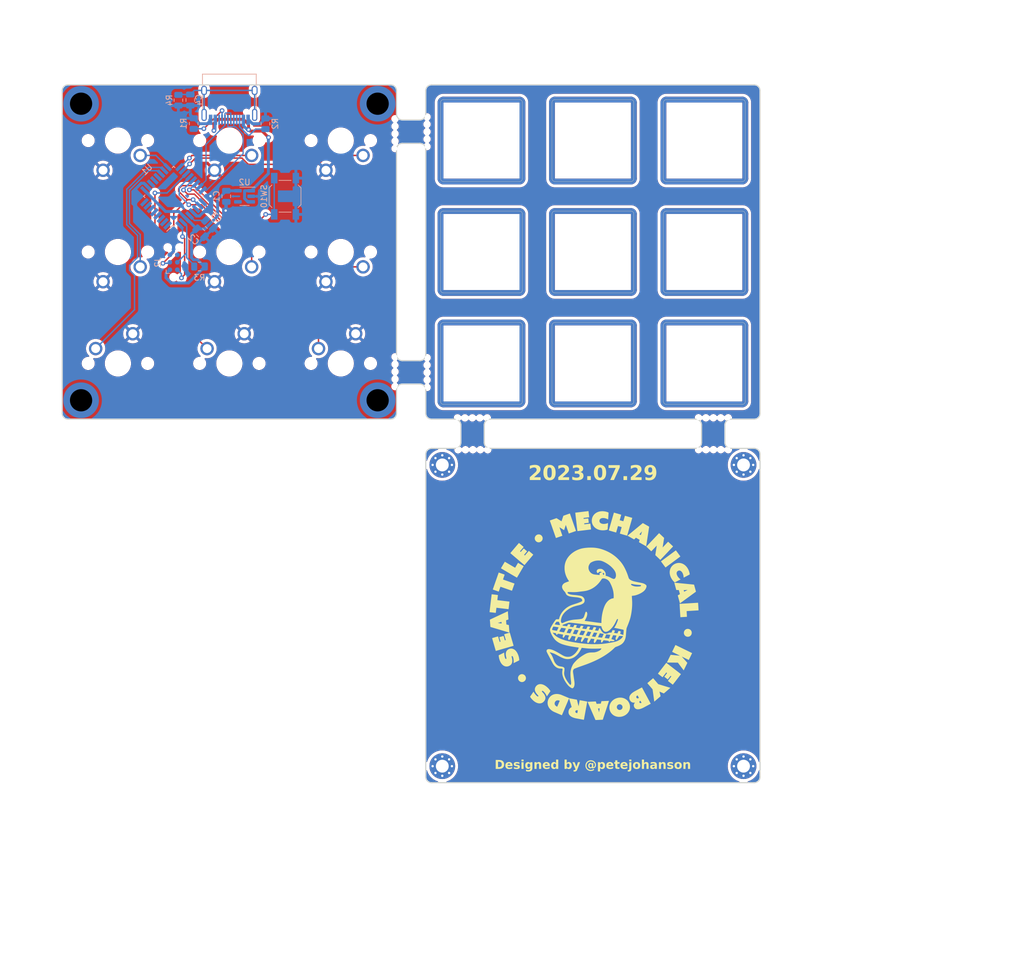
<source format=kicad_pcb>
(kicad_pcb (version 20221018) (generator pcbnew)
  (layers (0 "F.Cu" signal) (31 "B.Cu" signal) (34 "B.Paste" user) (35 "F.Paste" user) (36 "B.SilkS" user "B.Silkscreen") (37 "F.SilkS" user "F.Silkscreen") (38 "B.Mask" user) (39 "F.Mask" user) (44 "Edge.Cuts" user))
  (property "SHA1" "93a670d")
  (property "TIMESTAMP" "2023-07-04")
  (net 0 "")
  (net 1 "+3.3V")
  (net 2 "GND")
  (net 3 "Net-(U1-VDDCORE)")
  (net 4 "Net-(J1-SHIELD)")
  (net 5 "D-")
  (net 6 "D+")
  (net 8 "Net-(J1-CC2)")
  (net 10 "Net-(J1-CC1)")
  (net 11 "+5V")
  (net 12 "SWDIO")
  (net 13 "RESET")
  (net 14 "SWCLK")
  (net 16 "SW1")
  (net 17 "SW2")
  (net 18 "SW3")
  (net 19 "SW5")
  (net 20 "SW4")
  (net 21 "SW6")
  (net 22 "SW7")
  (net 23 "SW8")
  (net 24 "SW9")
  (footprint "PCM_marbastlib-mx:SW_MX_1u" (layer "F.Cu") (at 69.63 77.05)
    (fp_text reference "SW8" hide)
    (fp_text value "SW_Push" hide)
  )
  (footprint "PCM_marbastlib-mx:SW_MX_1u" (layer "F.Cu") (at 50.58 38.95 180)
    (fp_text reference "SW1" hide)
    (fp_text value "SW_Push" hide)
  )
  (footprint "PCM_marbastlib-xp-plate-mx:Plate-MP_MX_1u" (layer "F.Cu") (at 112.73 58)
    (fp_text reference "REF**" hide)
    (fp_text value "Plate-MP_MX_1u")
    (fp_line (start -7 -6.5) (end -7 6.5) (stroke (width 0.05)) (layer "Edge.Cuts"))
    (fp_line (start -6.5 7) (end 6.5 7) (stroke (width 0.05)) (layer "Edge.Cuts"))
    (fp_line (start 6.5 -7) (end -6.5 -7) (stroke (width 0.05)) (layer "Edge.Cuts"))
    (fp_line (start 7 6.5) (end 7 -6.5) (stroke (width 0.05)) (layer "Edge.Cuts"))
    (fp_arc (start -7 -6.5) (mid -6.853553 -6.853553) (end -6.5 -7) (stroke (width 0.05)) (layer "Edge.Cuts"))
    (fp_arc (start -6.497236 6.998884) (mid -6.850789 6.852437) (end -6.997236 6.498884) (stroke (width 0.05)) (layer "Edge.Cuts"))
    (fp_arc (start 6.5 -7) (mid 6.853553 -6.853553) (end 7 -6.5) (stroke (width 0.05)) (layer "Edge.Cuts"))
    (fp_arc (start 7 6.5) (mid 6.853553 6.853553) (end 6.5 7) (stroke (width 0.05)) (layer "Edge.Cuts"))
  )
  (footprint "PCM_marbastlib-xp-plate-mx:Plate-MP_MX_1u" (layer "F.Cu") (at 150.83 38.95)
    (fp_text reference "REF**" hide)
    (fp_text value "Plate-MP_MX_1u")
    (fp_line (start -7 -6.5) (end -7 6.5) (stroke (width 0.05)) (layer "Edge.Cuts"))
    (fp_line (start -6.5 7) (end 6.5 7) (stroke (width 0.05)) (layer "Edge.Cuts"))
    (fp_line (start 6.5 -7) (end -6.5 -7) (stroke (width 0.05)) (layer "Edge.Cuts"))
    (fp_line (start 7 6.5) (end 7 -6.5) (stroke (width 0.05)) (layer "Edge.Cuts"))
    (fp_arc (start -7 -6.5) (mid -6.853553 -6.853553) (end -6.5 -7) (stroke (width 0.05)) (layer "Edge.Cuts"))
    (fp_arc (start -6.497236 6.998884) (mid -6.850789 6.852437) (end -6.997236 6.498884) (stroke (width 0.05)) (layer "Edge.Cuts"))
    (fp_arc (start 6.5 -7) (mid 6.853553 -6.853553) (end 7 -6.5) (stroke (width 0.05)) (layer "Edge.Cuts"))
    (fp_arc (start 7 6.5) (mid 6.853553 6.853553) (end 6.5 7) (stroke (width 0.05)) (layer "Edge.Cuts"))
  )
  (footprint "PCM_marbastlib-xp-plate-mx:Plate-MP_MX_1u" (layer "F.Cu") (at 150.83 77.05)
    (fp_text reference "REF**" hide)
    (fp_text value "Plate-MP_MX_1u")
    (fp_line (start -7 -6.5) (end -7 6.5) (stroke (width 0.05)) (layer "Edge.Cuts"))
    (fp_line (start -6.5 7) (end 6.5 7) (stroke (width 0.05)) (layer "Edge.Cuts"))
    (fp_line (start 6.5 -7) (end -6.5 -7) (stroke (width 0.05)) (layer "Edge.Cuts"))
    (fp_line (start 7 6.5) (end 7 -6.5) (stroke (width 0.05)) (layer "Edge.Cuts"))
    (fp_arc (start -7 -6.5) (mid -6.853553 -6.853553) (end -6.5 -7) (stroke (width 0.05)) (layer "Edge.Cuts"))
    (fp_arc (start -6.497236 6.998884) (mid -6.850789 6.852437) (end -6.997236 6.498884) (stroke (width 0.05)) (layer "Edge.Cuts"))
    (fp_arc (start 6.5 -7) (mid 6.853553 -6.853553) (end 7 -6.5) (stroke (width 0.05)) (layer "Edge.Cuts"))
    (fp_arc (start 7 6.5) (mid 6.853553 6.853553) (end 6.5 7) (stroke (width 0.05)) (layer "Edge.Cuts"))
  )
  (footprint "MountingHole:MountingHole_2.2mm_M2_Pad_Via" (layer "F.Cu") (at 106.03 94.4)
    (fp_text reference "REF**" hide)
    (fp_text value "MountingHole_2.2mm_M2_Pad_Via")
  )
  (footprint "PCM_marbastlib-mx:SW_MX_1u" (layer "F.Cu") (at 69.63 58 180)
    (fp_text reference "SW5" hide)
    (fp_text value "SW_Push" hide)
  )
  (footprint "samd21pad:breakaway-mousebites" (layer "F.Cu") (at 98.21 78.46 90)
    (fp_text reference "REF**" hide)
    (fp_text value "breakaway-mousebites" hide)
  )
  (footprint "samd21pad:breakaway-mousebites" (layer "F.Cu") (at 111.26 91.55 180)
    (fp_text reference "REF**" hide)
    (fp_text value "breakaway-mousebites" hide)
  )
  (footprint "PCM_marbastlib-mx:SW_MX_1u" (layer "F.Cu") (at 88.68 38.95 180)
    (fp_text reference "SW3" hide)
    (fp_text value "SW_Push" hide)
  )
  (footprint "PCM_marbastlib-mx:SW_MX_1u" (layer "F.Cu") (at 69.63 38.95 180)
    (fp_text reference "SW2" hide)
    (fp_text value "SW_Push" hide)
  )
  (footprint "samd21pad:samd21pad_edge_cuts" (layer "F.Cu") (at 69.63 58)
    (fp_text reference "REF**")
    (fp_text value "samd21pad_edge_cuts")
    (fp_line (start -28.575 27.575) (end -28.575 -27.575) (stroke (width 0.2)) (layer "Edge.Cuts"))
    (fp_line (start -27.575 -28.575) (end 27.575 -28.575) (stroke (width 0.2)) (layer "Edge.Cuts"))
    (fp_line (start 27.575 28.575) (end -27.575 28.575) (stroke (width 0.2)) (layer "Edge.Cuts"))
    (fp_line (start 28.575 -27.575) (end 28.575 -23.575) (stroke (width 0.2)) (layer "Edge.Cuts"))
    (fp_line (start 28.575 -17.575) (end 28.575 17.575) (stroke (width 0.2)) (layer "Edge.Cuts"))
    (fp_line (start 28.575 23.575) (end 28.575 27.575) (stroke (width 0.2)) (layer "Edge.Cuts"))
    (fp_line (start 29.575 -22.575) (end 32.575 -22.575) (stroke (width 0.2)) (layer "Edge.Cuts"))
    (fp_line (start 29.575 -18.575) (end 32.575 -18.575) (stroke (width 0.2)) (layer "Edge.Cuts"))
    (fp_line (start 29.575 18.575) (end 32.575 18.575) (stroke (width 0.2)) (layer "Edge.Cuts"))
    (fp_line (start 29.575 22.575) (end 32.575 22.575) (stroke (width 0.2)) (layer "Edge.Cuts"))
    (fp_line (start 33.575 -23.575) (end 33.575 -27.575) (stroke (width 0.2)) (layer "Edge.Cuts"))
    (fp_line (start 33.575 -17.575) (end 33.575 17.575) (stroke (width 0.2)) (layer "Edge.Cuts"))
    (fp_line (start 33.575 23.575) (end 33.575 27.575) (stroke (width 0.2)) (layer "Edge.Cuts"))
    (fp_line (start 33.575 89.725) (end 33.575 34.575) (stroke (width 0.2)) (layer "Edge.Cuts"))
    (fp_line (start 34.575 -28.575) (end 89.725 -28.575) (stroke (width 0.2)) (layer "Edge.Cuts"))
    (fp_line (start 38.575 28.575) (end 34.575 28.575) (stroke (width 0.2)) (layer "Edge.Cuts"))
    (fp_line (start 38.575 33.575) (end 34.575 33.575) (stroke (width 0.2)) (layer "Edge.Cuts"))
    (fp_line (start 39.575 29.575) (end 39.575 32.575) (stroke (width 0.2)) (layer "Edge.Cuts"))
    (fp_line (start 43.575 29.575) (end 43.575 32.575) (stroke (width 0.2)) (layer "Edge.Cuts"))
    (fp_line (start 44.575 28.575) (end 79.725 28.575) (stroke (width 0.2)) (layer "Edge.Cuts"))
    (fp_line (start 79.725 33.575) (end 44.575 33.575) (stroke (width 0.2)) (layer "Edge.Cuts"))
    (fp_line (start 80.725 29.575) (end 80.725 32.575) (stroke (width 0.2)) (layer "Edge.Cuts"))
    (fp_line (start 84.725 29.575) (end 84.725 32.575) (stroke (width 0.2)) (layer "Edge.Cuts"))
    (fp_line (start 85.725 28.575) (end 89.725 28.575) (stroke (width 0.2)) (layer "Edge.Cuts"))
    (fp_line (start 89.725 33.575) (end 85.725 33.575) (stroke (width 0.2)) (layer "Edge.Cuts"))
    (fp_line (start 89.725 90.725) (end 34.575 90.725) (stroke (width 0.2)) (layer "Edge.Cuts"))
    (fp_line (start 90.725 -27.575) (end 90.725 27.575) (stroke (width 0.2)) (layer "Edge.Cuts"))
    (fp_line (start 90.725 34.575) (end 90.725 89.725) (stroke (width 0.2)) (layer "Edge.Cuts"))
    (fp_arc (start -28.575 -27.575) (mid -28.282107 -28.282107) (end -27.575 -28.575) (stroke (width 0.2)) (layer "Edge.Cuts"))
    (fp_arc (start -27.575 28.575) (mid -28.282107 28.282107) (end -28.575 27.575) (stroke (width 0.2)) (layer "Edge.Cuts"))
    (fp_arc (start 27.575 -28.575) (mid 28.282107 -28.282107) (end 28.575 -27.575) (stroke (width 0.2)) (layer "Edge.Cuts"))
    (fp_arc (start 28.575 -17.575) (mid 28.867893 -18.282107) (end 29.575 -18.575) (stroke (width 0.2)) (layer "Edge.Cuts"))
    (fp_arc (start 28.575 23.575) (mid 28.867893 22.867893) (end 29.575 22.575) (stroke (width 0.2)) (layer "Edge.Cuts"))
    (fp_arc (start 28.575 27.575) (mid 28.282107 28.282107) (end 27.575 28.575) (stroke (width 0.2)) (layer "Edge.Cuts"))
    (fp_arc (start 29.575 -22.575) (mid 28.867893 -22.867893) (end 28.575 -23.575) (stroke (width 0.2)) (layer "Edge.Cuts"))
    (fp_arc (start 29.575 18.575) (mid 28.867893 18.282107) (end 28.575 17.575) (stroke (width 0.2)) (layer "Edge.Cuts"))
    (fp_arc (start 32.575 -18.575) (mid 33.282107 -18.282107) (end 33.575 -17.575) (stroke (width 0.2)) (layer "Edge.Cuts"))
    (fp_arc (start 32.575 22.575) (mid 33.282107 22.867893) (end 33.575 23.575) (stroke (width 0.2)) (layer "Edge.Cuts"))
    (fp_arc (start 33.575 -27.575) (mid 33.867893 -28.282107) (end 34.575 -28.575) (stroke (width 0.2)) (layer "Edge.Cuts"))
    (fp_arc (start 33.575 -23.575) (mid 33.282107 -22.867893) (end 32.575 -22.575) (stroke (width 0.2)) (layer "Edge.Cuts"))
    (fp_arc (start 33.575 17.575) (mid 33.282107 18.282107) (end 32.575 18.575) (stroke (width 0.2)) (layer "Edge.Cuts"))
    (fp_arc (start 33.575 34.575) (mid 33.867893 33.867893) (end 34.575 33.575) (stroke (width 0.2)) (layer "Edge.Cuts"))
    (fp_arc (start 34.575 28.575) (mid 33.867893 28.282107) (end 33.575 27.575) (stroke (width 0.2)) (layer "Edge.Cuts"))
    (fp_arc (start 34.575 90.725) (mid 33.867893 90.432107) (end 33.575 89.725) (stroke (width 0.2)) (layer "Edge.Cuts"))
    (fp_arc (start 38.575 28.575) (mid 39.282107 28.867893) (end 39.575 29.575) (stroke (width 0.2)) (layer "Edge.Cuts"))
    (fp_arc (start 39.575 32.575) (mid 39.282107 33.282107) (end 38.575 33.575) (stroke (width 0.2)) (layer "Edge.Cuts"))
    (fp_arc (start 43.575 29.575) (mid 43.867893 28.867893) (end 44.575 28.575) (stroke (width 0.2)) (layer "Edge.Cuts"))
    (fp_arc (start 44.575 33.575) (mid 43.867893 33.282107) (end 43.575 32.575) (stroke (width 0.2)) (layer "Edge.Cuts"))
    (fp_arc (start 79.725 28.575) (mid 80.432107 28.867893) (end 80.725 29.575) (stroke (width 0.2)) (layer "Edge.Cuts"))
    (fp_arc (start 80.725 32.575) (mid 80.432107 33.282107) (end 79.725 33.575) (stroke (width 0.2)) (layer "Edge.Cuts"))
    (fp_arc (start 84.725 29.575) (mid 85.017893 28.867893) (end 85.725 28.575) (stroke (width 0.2)) (layer "Edge.Cuts"))
    (fp_arc (start 85.725 33.575) (mid 85.017893 33.282107) (end 84.725 32.575) (stroke (width 0.2)) (layer "Edge.Cuts"))
    (fp_arc (start 89.725 -28.575) (mid 90.432107 -28.282107) (end 90.725 -27.575) (stroke (width 0.2)) (layer "Edge.Cuts"))
    (fp_arc (start 89.725 33.575) (mid 90.432107 33.867893) (end 90.725 34.575) (stroke (width 0.2)) (layer "Edge.Cuts"))
    (fp_arc (start 90.725 27.575) (mid 90.432107 28.282107) (end 89.725 28.575) (stroke (width 0.2)) (layer "Edge.Cuts"))
    (fp_arc (start 90.725 89.725) (mid 90.432107 90.432107) (end 89.725 90.725) (stroke (width 0.2)) (layer "Edge.Cuts"))
  )
  (footprint "samd21pad:breakaway-mousebites" (layer "F.Cu") (at 103.18 78.61 -90)
    (fp_text reference "REF**" hide)
    (fp_text value "breakaway-mousebites" hide)
  )
  (footprint "samd21pad:breakaway-mousebites" (layer "F.Cu") (at 111.17 86.61)
    (fp_text reference "REF**" hide)
    (fp_text value "breakaway-mousebites" hide)
  )
  (footprint "MountingHole:MountingHole_2.2mm_M2_Pad_Via" (layer "F.Cu") (at 106.03 145.9)
    (fp_text reference "REF**" hide)
    (fp_text value "MountingHole_2.2mm_M2_Pad_Via")
  )
  (footprint "PCM_marbastlib-xp-plate-mx:Plate-MP_MX_1u" (layer "F.Cu") (at 131.78 58)
    (fp_text reference "REF**" hide)
    (fp_text value "Plate-MP_MX_1u")
    (fp_line (start -7 -6.5) (end -7 6.5) (stroke (width 0.05)) (layer "Edge.Cuts"))
    (fp_line (start -6.5 7) (end 6.5 7) (stroke (width 0.05)) (layer "Edge.Cuts"))
    (fp_line (start 6.5 -7) (end -6.5 -7) (stroke (width 0.05)) (layer "Edge.Cuts"))
    (fp_line (start 7 6.5) (end 7 -6.5) (stroke (width 0.05)) (layer "Edge.Cuts"))
    (fp_arc (start -7 -6.5) (mid -6.853553 -6.853553) (end -6.5 -7) (stroke (width 0.05)) (layer "Edge.Cuts"))
    (fp_arc (start -6.497236 6.998884) (mid -6.850789 6.852437) (end -6.997236 6.498884) (stroke (width 0.05)) (layer "Edge.Cuts"))
    (fp_arc (start 6.5 -7) (mid 6.853553 -6.853553) (end 7 -6.5) (stroke (width 0.05)) (layer "Edge.Cuts"))
    (fp_arc (start 7 6.5) (mid 6.853553 6.853553) (end 6.5 7) (stroke (width 0.05)) (layer "Edge.Cuts"))
  )
  (footprint "PCM_marbastlib-mx:SW_MX_1u" (layer "F.Cu") (at 88.68 77.05)
    (fp_text reference "SW9" hide)
    (fp_text value "SW_Push" hide)
  )
  (footprint "PCM_marbastlib-xp-plate-mx:Plate-MP_MX_1u" (layer "F.Cu") (at 112.73 38.95)
    (fp_text reference "REF**" hide)
    (fp_text value "Plate-MP_MX_1u")
    (fp_line (start -7 -6.5) (end -7 6.5) (stroke (width 0.05)) (layer "Edge.Cuts"))
    (fp_line (start -6.5 7) (end 6.5 7) (stroke (width 0.05)) (layer "Edge.Cuts"))
    (fp_line (start 6.5 -7) (end -6.5 -7) (stroke (width 0.05)) (layer "Edge.Cuts"))
    (fp_line (start 7 6.5) (end 7 -6.5) (stroke (width 0.05)) (layer "Edge.Cuts"))
    (fp_arc (start -7 -6.5) (mid -6.853553 -6.853553) (end -6.5 -7) (stroke (width 0.05)) (layer "Edge.Cuts"))
    (fp_arc (start -6.497236 6.998884) (mid -6.850789 6.852437) (end -6.997236 6.498884) (stroke (width 0.05)) (layer "Edge.Cuts"))
    (fp_arc (start 6.5 -7) (mid 6.853553 -6.853553) (end 7 -6.5) (stroke (width 0.05)) (layer "Edge.Cuts"))
    (fp_arc (start 7 6.5) (mid 6.853553 6.853553) (end 6.5 7) (stroke (width 0.05)) (layer "Edge.Cuts"))
  )
  (footprint "samd21pad:breakaway-mousebites" (layer "F.Cu") (at 152.37 86.6)
    (fp_text reference "REF**" hide)
    (fp_text value "breakaway-mousebites" hide)
  )
  (footprint "samd21pad:breakaway-mousebites" (layer "F.Cu") (at 103.17 37.44 -90)
    (fp_text reference "REF**" hide)
    (fp_text value "breakaway-mousebites" hide)
  )
  (footprint "PCM_marbastlib-xp-plate-mx:Plate-MP_MX_1u" (layer "F.Cu") (at 150.83 58)
    (fp_text reference "REF**" hide)
    (fp_text value "Plate-MP_MX_1u")
    (fp_line (start -7 -6.5) (end -7 6.5) (stroke (width 0.05)) (layer "Edge.Cuts"))
    (fp_line (start -6.5 7) (end 6.5 7) (stroke (width 0.05)) (layer "Edge.Cuts"))
    (fp_line (start 6.5 -7) (end -6.5 -7) (stroke (width 0.05)) (layer "Edge.Cuts"))
    (fp_line (start 7 6.5) (end 7 -6.5) (stroke (width 0.05)) (layer "Edge.Cuts"))
    (fp_arc (start -7 -6.5) (mid -6.853553 -6.853553) (end -6.5 -7) (stroke (width 0.05)) (layer "Edge.Cuts"))
    (fp_arc (start -6.497236 6.998884) (mid -6.850789 6.852437) (end -6.997236 6.498884) (stroke (width 0.05)) (layer "Edge.Cuts"))
    (fp_arc (start 6.5 -7) (mid 6.853553 -6.853553) (end 7 -6.5) (stroke (width 0.05)) (layer "Edge.Cuts"))
    (fp_arc (start 7 6.5) (mid 6.853553 6.853553) (end 6.5 7) (stroke (width 0.05)) (layer "Edge.Cuts"))
  )
  (footprint "MountingHole:MountingHole_2.2mm_M2_Pad_Via" (layer "F.Cu") (at 157.53 145.9)
    (fp_text reference "REF**" hide)
    (fp_text value "MountingHole_2.2mm_M2_Pad_Via")
  )
  (footprint "PCM_marbastlib-xp-plate-mx:Plate-MP_MX_1u" (layer "F.Cu") (at 131.78 38.95)
    (fp_text reference "REF**" hide)
    (fp_text value "Plate-MP_MX_1u")
    (fp_line (start -7 -6.5) (end -7 6.5) (stroke (width 0.05)) (layer "Edge.Cuts"))
    (fp_line (start -6.5 7) (end 6.5 7) (stroke (width 0.05)) (layer "Edge.Cuts"))
    (fp_line (start 6.5 -7) (end -6.5 -7) (stroke (width 0.05)) (layer "Edge.Cuts"))
    (fp_line (start 7 6.5) (end 7 -6.5) (stroke (width 0.05)) (layer "Edge.Cuts"))
    (fp_arc (start -7 -6.5) (mid -6.853553 -6.853553) (end -6.5 -7) (stroke (width 0.05)) (layer "Edge.Cuts"))
    (fp_arc (start -6.497236 6.998884) (mid -6.850789 6.852437) (end -6.997236 6.498884) (stroke (width 0.05)) (layer "Edge.Cuts"))
    (fp_arc (start 6.5 -7) (mid 6.853553 -6.853553) (end 7 -6.5) (stroke (width 0.05)) (layer "Edge.Cuts"))
    (fp_arc (start 7 6.5) (mid 6.853553 6.853553) (end 6.5 7) (stroke (width 0.05)) (layer "Edge.Cuts"))
  )
  (footprint "samd21pad:breakaway-mousebites" (layer "F.Cu") (at 152.38 91.54 180)
    (fp_text reference "REF**" hide)
    (fp_text value "breakaway-mousebites" hide)
  )
  (footprint "PCM_marbastlib-mx:SW_MX_1u" (layer "F.Cu") (at 50.58 58 180)
    (fp_text reference "SW4" hide)
    (fp_text value "SW_Push" hide)
  )
  (footprint "PCM_marbastlib-xp-plate-mx:Plate-MP_MX_1u" (layer "F.Cu") (at 131.78 77.05)
    (fp_text reference "REF**" hide)
    (fp_text value "Plate-MP_MX_1u")
    (fp_line (start -7 -6.5) (end -7 6.5) (stroke (width 0.05)) (layer "Edge.Cuts"))
    (fp_line (start -6.5 7) (end 6.5 7) (stroke (width 0.05)) (layer "Edge.Cuts"))
    (fp_line (start 6.5 -7) (end -6.5 -7) (stroke (width 0.05)) (layer "Edge.Cuts"))
    (fp_line (start 7 6.5) (end 7 -6.5) (stroke (width 0.05)) (layer "Edge.Cuts"))
    (fp_arc (start -7 -6.5) (mid -6.853553 -6.853553) (end -6.5 -7) (stroke (width 0.05)) (layer "Edge.Cuts"))
    (fp_arc (start -6.497236 6.998884) (mid -6.850789 6.852437) (end -6.997236 6.498884) (stroke (width 0.05)) (layer "Edge.Cuts"))
    (fp_arc (start 6.5 -7) (mid 6.853553 -6.853553) (end 7 -6.5) (stroke (width 0.05)) (layer "Edge.Cuts"))
    (fp_arc (start 7 6.5) (mid 6.853553 6.853553) (end 6.5 7) (stroke (width 0.05)) (layer "Edge.Cuts"))
  )
  (footprint "samd21pad:breakaway-mousebites" (layer "F.Cu") (at 98.21 37.78 90)
    (fp_text reference "REF**" hide)
    (fp_text value "breakaway-mousebites" hide)
  )
  (footprint "samd21pad:smk-logo-40x40" (layer "F.Cu") (at 131.78 120.15)
    (fp_text reference "G***")
    (fp_text value "LOGO" hide)
  )
  (footprint "PCM_marbastlib-mx:SW_MX_1u" (layer "F.Cu") (at 50.58 77.05)
    (fp_text reference "SW7" hide)
    (fp_text value "SW_Push" hide)
  )
  (footprint "PCM_marbastlib-mx:SW_MX_1u" (layer "F.Cu") (at 88.68 58 180)
    (fp_text reference "SW6" hide)
    (fp_text value "SW_Push" hide)
  )
  (footprint "MountingHole:MountingHole_2.2mm_M2_Pad_Via" (layer "F.Cu") (at 157.53 94.4)
    (fp_text reference "REF**" hide)
    (fp_text value "MountingHole_2.2mm_M2_Pad_Via")
  )
  (footprint "PCM_marbastlib-xp-plate-mx:Plate-MP_MX_1u" (layer "F.Cu") (at 112.73 77.05)
    (fp_text reference "REF**" hide)
    (fp_text value "Plate-MP_MX_1u")
    (fp_line (start -7 -6.5) (end -7 6.5) (stroke (width 0.05)) (layer "Edge.Cuts"))
    (fp_line (start -6.5 7) (end 6.5 7) (stroke (width 0.05)) (layer "Edge.Cuts"))
    (fp_line (start 6.5 -7) (end -6.5 -7) (stroke (width 0.05)) (layer "Edge.Cuts"))
    (fp_line (start 7 6.5) (end 7 -6.5) (stroke (width 0.05)) (layer "Edge.Cuts"))
    (fp_arc (start -7 -6.5) (mid -6.853553 -6.853553) (end -6.5 -7) (stroke (width 0.05)) (layer "Edge.Cuts"))
    (fp_arc (start -6.497236 6.998884) (mid -6.850789 6.852437) (end -6.997236 6.498884) (stroke (width 0.05)) (layer "Edge.Cuts"))
    (fp_arc (start 6.5 -7) (mid 6.853553 -6.853553) (end 7 -6.5) (stroke (width 0.05)) (layer "Edge.Cuts"))
    (fp_arc (start 7 6.5) (mid 6.853553 6.853553) (end 6.5 7) (stroke (width 0.05)) (layer "Edge.Cuts"))
  )
  (footprint "Package_QFP:TQFP-32_7x7mm_P0.8mm" (layer "B.Cu") (at 60.1 48.48 45)
    (fp_text reference "U1")
    (fp_text value "ATSAMD21E17D-A")
  )
  (footprint "Capacitor_SMD:C_0805_2012Metric" (layer "B.Cu") (at 69.11 48.48 -90)
    (fp_text reference "C1")
    (fp_text value "1nF")
  )
  (footprint "samd21pad:MountingHole_M2_Pad_NonPTH_TopOnly" (layer "B.Cu") (at 44.28 32.65 180)
    (fp_text reference "H1" hide)
    (fp_text value "SMTSO2030")
  )
  (footprint "Resistor_SMD:R_0805_2012Metric" (layer "B.Cu") (at 63.53 36.0425 90)
    (fp_text reference "R1")
    (fp_text value "5.1k")
  )
  (footprint "samd21pad:MountingHole_M2_Pad_NonPTH_TopOnly" (layer "B.Cu") (at 94.98 83.35 180)
    (fp_text reference "H4" hide)
    (fp_text value "SMTSO2030")
  )
  (footprint "Capacitor_SMD:C_0805_2012Metric" (layer "B.Cu") (at 66.211751 53.271751 135)
    (fp_text reference "C3")
    (fp_text value "1nF")
  )
  (footprint "Capacitor_SMD:C_0805_2012Metric" (layer "B.Cu") (at 64.711751 54.711751 -45)
    (fp_text reference "C2")
    (fp_text value "100nF")
  )
  (footprint "Capacitor_SMD:C_0805_2012Metric" (layer "B.Cu") (at 62.95 32.02 -90)
    (fp_text reference "C4")
    (fp_text value "4.5nF")
  )
  (footprint "Resistor_SMD:R_0805_2012Metric" (layer "B.Cu") (at 75.8 36.08 90)
    (fp_text reference "R2")
    (fp_text value "5.1k")
  )
  (footprint "samd21pad:MountingHole_M2_Pad_NonPTH_TopOnly" (layer "B.Cu") (at 44.28 83.35 180)
    (fp_text reference "H3" hide)
    (fp_text value "SMTSO2030")
  )
  (footprint "Package_TO_SOT_SMD:SOT-23-5" (layer "B.Cu") (at 72.2275 48.48 180)
    (fp_text reference "U2")
    (fp_text value "AP2112K-3.3")
  )
  (footprint "Resistor_SMD:R_0805_2012Metric" (layer "B.Cu") (at 60.92 32.0525 90)
    (fp_text reference "R4")
    (fp_text value "1M")
  )
  (footprint "samd21pad:USB_C_Receptacle_GT-USB-7010" (layer "B.Cu") (at 69.63 32.25)
    (fp_text reference "J1" hide)
    (fp_text value "USB_C_Receptacle_USB2.0")
  )
  (footprint "Resistor_SMD:R_0805_2012Metric" (layer "B.Cu") (at 64.53 60.48 180)
    (fp_text reference "R3")
    (fp_text value "1k")
  )
  (footprint "Button_Switch_SMD:SW_SPST_SKQG_WithStem" (layer "B.Cu") (at 79.15 48.47 -90)
    (fp_text reference "SW10")
    (fp_text value "SKQGAKE020")
  )
  (footprint "Connector:Tag-Connect_TC2030-IDC-NL_2x03_P1.27mm_Vertical" (layer "B.Cu") (at 60.096 59.76 90)
    (fp_text reference "J2")
    (fp_text value "Conn_ARM_SWD_TagConnect_TC2030-NL")
  )
  (footprint "samd21pad:MountingHole_M2_Pad_NonPTH_TopOnly" (layer "B.Cu") (at 94.98 32.65 180)
    (fp_text reference "H2" hide)
    (fp_text value "SMTSO2030")
  )
  (gr_text "Designed by @petejohanson" (at 131.77 146.62) (layer "F.SilkS") (effects (font (size 1.5 1.5) (thickness 0.3) bold) (justify bottom)))
  (gr_text "2023.07.29" (at 131.78 97.41) (layer "F.SilkS") (effects (font (size 2.5 2.5) (thickness 0.3) bold) (justify bottom)))
  (segment (start 58.8 62.411567) (end 58.8 61.691) (width 0.5) (layer "B.Cu") (net 1))
  (segment (start 58.740202 51.08) (end 61.002944 51.08) (width 0.5) (layer "B.Cu") (net 1))
  (segment (start 63.175 54.905) (end 64.04 54.04) (width 0.5) (layer "B.Cu") (net 1))
  (segment (start 61.002944 51.08) (end 62.256676 52.333732) (width 0.5) (layer "B.Cu") (net 1))
  (segment (start 58.8 61.691) (end 59.461 61.03) (width 0.5) (layer "B.Cu") (net 1))
  (segment (start 71.09 47.53) (end 69.11 47.53) (width 0.5) (layer "B.Cu") (net 1))
  (segment (start 67.63 49.01) (end 69.11 47.53) (width 0.5) (layer "B.Cu") (net 1))
  (segment (start 65.4425 60.48) (end 62.6272 63.2953) (width 0.5) (layer "B.Cu") (net 1))
  (segment (start 62.6272 63.2953) (end 59.683733 63.2953) (width 0.5) (layer "B.Cu") (net 1))
  (segment (start 55.114897 47.454695) (end 58.740202 51.08) (width 0.5) (layer "B.Cu") (net 1))
  (segment (start 64.04 54.04) (end 65.443501 54.04) (width 0.5) (layer "B.Cu") (net 1))
  (segment (start 64.169949 59.33) (end 63.500672 59.33) (width 0.5) (layer "B.Cu") (net 1))
  (segment (start 65.319949 60.48) (end 64.169949 59.33) (width 0.5) (layer "B.Cu") (net 1))
  (segment (start 65.443501 54.04) (end 67.63 51.853501) (width 0.5) (layer "B.Cu") (net 1))
  (segment (start 63.175 59.004328) (end 63.175 54.905) (width 0.5) (layer "B.Cu") (net 1))
  (segment (start 62.333732 52.333732) (end 64.04 54.04) (width 0.5) (layer "B.Cu") (net 1))
  (segment (start 62.256676 52.333732) (end 62.333732 52.333732) (width 0.5) (layer "B.Cu") (net 1))
  (segment (start 63.500672 59.33) (end 63.175 59.004328) (width 0.5) (layer "B.Cu") (net 1))
  (segment (start 59.683733 63.2953) (end 58.8 62.411567) (width 0.5) (layer "B.Cu") (net 1))
  (segment (start 67.63 51.853501) (end 67.63 49.01) (width 0.5) (layer "B.Cu") (net 1))
  (segment (start 66.39 48.45) (end 66.53 48.45) (width 0.5) (layer "F.Cu") (net 2))
  (segment (start 66.53 48.45) (end 69 50.92) (width 0.5) (layer "F.Cu") (net 2))
  (via (at 69 50.92) (size 0.8) (drill 0.4) (layers "F.Cu" "B.Cu") (net 2))
  (via (at 66.39 48.45) (size 0.8) (drill 0.4) (layers "F.Cu" "B.Cu") (net 2))
  (segment (start 62.95 32.97) (end 62.95 34.55) (width 0.5) (layer "B.Cu") (net 2))
  (segment (start 65.86 36.07) (end 66.28 35.65) (width 0.5) (layer "B.Cu") (net 2))
  (segment (start 73.577208 36.06) (end 72.98 35.462792) (width 0.5) (layer "B.Cu") (net 2))
  (segment (start 62.95 34.55) (end 63.53 35.13) (width 0.5) (layer "B.Cu") (net 2))
  (segment (start 66.39 49.98) (end 66.39 48.45) (width 0.5) (layer "B.Cu") (net 2))
  (segment (start 60.0753 56.6753) (end 53.12 49.72) (width 0.5) (layer "B.Cu") (net 2))
  (segment (start 64.523184 51.846816) (end 66.39 49.98) (width 0.5) (layer "B.Cu") (net 2))
  (segment (start 64.47 36.07) (end 65.86 36.07) (width 0.5) (layer "B.Cu") (net 2))
  (segment (start 60.0753 57.8757) (end 60.0753 56.6753) (width 0.5) (layer "B.Cu") (net 2))
  (segment (start 62.95 32.97) (end 60.925 32.97) (width 0.5) (layer "B.Cu") (net 2))
  (segment (start 55.036128 46.244555) (end 55.680583 46.88901) (width 0.5) (layer "B.Cu") (net 2))
  (segment (start 72.98 35.462792) (end 72.98 35.4) (width 0.5) (layer "B.Cu") (net 2))
  (segment (start 74.9075 36.06) (end 73.577208 36.06) (width 0.5) (layer "B.Cu") (net 2))
  (segment (start 59.461 58.49) (end 60.0753 57.8757) (width 0.5) (layer "B.Cu") (net 2))
  (segment (start 75.8 35.1675) (end 74.9075 36.06) (width 0.5) (layer "B.Cu") (net 2))
  (segment (start 66.28 35.65) (end 66.28 35.4) (width 0.5) (layer "B.Cu") (net 2))
  (segment (start 64.032502 51.846816) (end 64.523184 51.846816) (width 0.5) (layer "B.Cu") (net 2))
  (segment (start 53.12 47.681824) (end 54.557269 46.244555) (width 0.5) (layer "B.Cu") (net 2))
  (segment (start 63.388047 51.202361) (end 64.032502 51.846816) (width 0.5) (layer "B.Cu") (net 2))
  (segment (start 69 50.92) (end 69 49.54) (width 0.5) (layer "B.Cu") (net 2))
  (segment (start 54.557269 46.244555) (end 55.036128 46.244555) (width 0.5) (layer "B.Cu") (net 2))
  (segment (start 63.53 35.13) (end 64.47 36.07) (width 0.5) (layer "B.Cu") (net 2))
  (segment (start 53.12 49.72) (end 53.12 47.681824) (width 0.5) (layer "B.Cu") (net 2))
  (segment (start 62.822361 51.768047) (end 63.654314 52.6) (width 0.25) (layer "B.Cu") (net 3))
  (segment (start 63.654314 52.6) (end 65.54 52.6) (width 0.25) (layer "B.Cu") (net 3))
  (segment (start 73.95 30.38) (end 65.31 30.38) (width 0.25) (layer "B.Cu") (net 4))
  (segment (start 65.31 30.38) (end 63.64 30.38) (width 0.25) (layer "B.Cu") (net 4))
  (segment (start 62.95 31.07) (end 60.99 31.07) (width 0.25) (layer "B.Cu") (net 4))
  (segment (start 65.31 34.56) (end 65.31 30.38) (width 0.25) (layer "B.Cu") (net 4))
  (segment (start 73.95 34.56) (end 73.95 30.38) (width 0.25) (layer "B.Cu") (net 4))
  (segment (start 63.64 30.38) (end 62.95 31.07) (width 0.25) (layer "B.Cu") (net 4))
  (segment (start 65.64 39.592412) (end 65.64 45.768427) (width 0.2) (layer "B.Cu") (net 5))
  (segment (start 69.88 34.275) (end 69.83 34.225) (width 0.2) (layer "B.Cu") (net 5))
  (segment (start 68.88 36.352412) (end 65.64 39.592412) (width 0.2) (layer "B.Cu") (net 5))
  (segment (start 68.975 34.225) (end 68.88 34.32) (width 0.2) (layer "B.Cu") (net 5))
  (segment (start 65.64 45.768427) (end 64.519417 46.88901) (width 0.2) (layer "B.Cu") (net 5))
  (segment (start 68.88 34.32) (end 68.88 35.4) (width 0.2) (layer "B.Cu") (net 5))
  (segment (start 69.83 34.225) (end 68.975 34.225) (width 0.2) (layer "B.Cu") (net 5))
  (segment (start 68.88 35.4) (end 68.88 36.352412) (width 0.2) (layer "B.Cu") (net 5))
  (segment (start 69.88 35.4) (end 69.88 34.275) (width 0.2) (layer "B.Cu") (net 5))
  (segment (start 70.33 36.575) (end 69.43 36.575) (width 0.2) (layer "B.Cu") (net 6))
  (segment (start 70.38 36.525) (end 70.43 36.575) (width 0.2) (layer "B.Cu") (net 6))
  (segment (start 69.38 36.525) (end 69.38 35.4) (width 0.2) (layer "B.Cu") (net 6))
  (segment (start 71.98 41.19) (end 65.715305 47.454695) (width 0.2) (layer "B.Cu") (net 6))
  (segment (start 70.38 35.4) (end 70.38 36.525) (width 0.2) (layer "B.Cu") (net 6))
  (segment (start 70.685 36.575) (end 71.98 37.87) (width 0.2) (layer "B.Cu") (net 6))
  (segment (start 69.43 36.575) (end 69.38 36.525) (width 0.2) (layer "B.Cu") (net 6))
  (segment (start 70.38 36.525) (end 70.33 36.575) (width 0.2) (layer "B.Cu") (net 6))
  (segment (start 71.98 37.87) (end 71.98 41.19) (width 0.2) (layer "B.Cu") (net 6))
  (segment (start 70.43 36.575) (end 70.685 36.575) (width 0.2) (layer "B.Cu") (net 6))
  (segment (start 65.715305 47.454695) (end 65.085103 47.454695) (width 0.2) (layer "B.Cu") (net 6))
  (segment (start 72.856827 38.06) (end 73.04 38.06) (width 0.25) (layer "B.Cu") (net 8))
  (segment (start 71.38 35.4) (end 71.38 36.583173) (width 0.25) (layer "B.Cu") (net 8))
  (segment (start 74.1075 36.9925) (end 75.8 36.9925) (width 0.25) (layer "B.Cu") (net 8))
  (segment (start 71.38 36.583173) (end 72.856827 38.06) (width 0.25) (layer "B.Cu") (net 8))
  (segment (start 73.04 38.06) (end 74.1075 36.9925) (width 0.25) (layer "B.Cu") (net 8))
  (segment (start 68.361557 33.828443) (end 65.27 36.92) (width 0.25) (layer "F.Cu") (net 10))
  (segment (start 68.382332 33.828443) (end 68.361557 33.828443) (width 0.25) (layer "F.Cu") (net 10))
  (via (at 65.27 36.92) (size 0.8) (drill 0.4) (layers "F.Cu" "B.Cu") (net 10))
  (via (at 68.382332 33.828443) (size 0.8) (drill 0.4) (layers "F.Cu" "B.Cu") (net 10))
  (segment (start 65.27 36.92) (end 63.565 36.92) (width 0.25) (layer "B.Cu") (net 10))
  (segment (start 68.38 33.830775) (end 68.382332 33.828443) (width 0.25) (layer "B.Cu") (net 10))
  (segment (start 68.38 35.4) (end 68.38 33.830775) (width 0.25) (layer "B.Cu") (net 10))
  (segment (start 66.99 36.013172) (end 66.99 37.24) (width 0.5) (layer "F.Cu") (net 11))
  (segment (start 75.24 37.33) (end 73.1596 37.33) (width 0.5) (layer "F.Cu") (net 11))
  (segment (start 72.9148 37.0852) (end 72.9148 36.1948) (width 0.5) (layer "F.Cu") (net 11))
  (segment (start 72.9148 36.1948) (end 72.04 35.32) (width 0.5) (layer "F.Cu") (net 11))
  (segment (start 73.1596 37.33) (end 72.9148 37.0852) (width 0.5) (layer "F.Cu") (net 11))
  (segment (start 76.33 38.42) (end 75.24 37.33) (width 0.5) (layer "F.Cu") (net 11))
  (segment (start 67.683172 35.32) (end 66.99 36.013172) (width 0.5) (layer "F.Cu") (net 11))
  (segment (start 72.04 35.32) (end 67.683172 35.32) (width 0.5) (layer "F.Cu") (net 11))
  (via (at 66.99 37.24) (size 0.8) (drill 0.4) (layers "F.Cu" "B.Cu") (net 11))
  (via (at 72.9148 37.0852) (size 0.8) (drill 0.4) (layers "F.Cu" "B.Cu") (net 11))
  (via (at 76.33 38.42) (size 0.8) (drill 0.4) (layers "F.Cu" "B.Cu") (net 11))
  (segment (start 71.98 36.37) (end 71.98 35.4) (width 0.5) (layer "B.Cu") (net 11))
  (segment (start 72.6952 37.0852) (end 71.98 36.37) (width 0.5) (layer "B.Cu") (net 11))
  (segment (start 76.3 38.45) (end 76.3 44.595) (width 0.5) (layer "B.Cu") (net 11))
  (segment (start 66.99 37.24) (end 67.18 37.05) (width 0.5) (layer "B.Cu") (net 11))
  (segment (start 67.18 37.05) (end 67.18 35.4) (width 0.5) (layer "B.Cu") (net 11))
  (segment (start 72.23 48.856028) (end 72.23 47.59) (width 0.5) (layer "B.Cu") (net 11))
  (segment (start 73.365 49.43) (end 72.803972 49.43) (width 0.5) (layer "B.Cu") (net 11))
  (segment (start 72.29 47.53) (end 73.365 47.53) (width 0.5) (layer "B.Cu") (net 11))
  (segment (start 72.803972 49.43) (end 72.23 48.856028) (width 0.5) (layer "B.Cu") (net 11))
  (segment (start 76.3 44.595) (end 73.365 47.53) (width 0.5) (layer "B.Cu") (net 11))
  (segment (start 72.9148 37.0852) (end 72.6952 37.0852) (width 0.5) (layer "B.Cu") (net 11))
  (segment (start 72.23 47.59) (end 72.29 47.53) (width 0.5) (layer "B.Cu") (net 11))
  (segment (start 76.33 38.42) (end 76.3 38.45) (width 0.5) (layer "B.Cu") (net 11))
  (segment (start 61.44 62.43) (end 61.9823 61.8877) (width 0.25) (layer "F.Cu") (net 12))
  (segment (start 61.9823 55.7293) (end 61.623 55.37) (width 0.25) (layer "F.Cu") (net 12))
  (segment (start 61.9823 61.8877) (end 61.9823 55.7293) (width 0.25) (layer "F.Cu") (net 12))
  (via (at 61.623 55.37) (size 0.8) (drill 0.4) (layers "F.Cu" "B.Cu") (net 12))
  (via (at 61.44 62.43) (size 0.8) (drill 0.4) (layers "F.Cu" "B.Cu") (net 12))
  (segment (start 61.623 53.962798) (end 61.125305 53.465103) (width 0.25) (layer "B.Cu") (net 12))
  (segment (start 61.44 61.739) (end 61.44 62.43) (width 0.25) (layer "B.Cu") (net 12))
  (segment (start 60.731 61.03) (end 61.44 61.739) (width 0.25) (layer "B.Cu") (net 12))
  (segment (start 61.623 55.37) (end 61.623 53.962798) (width 0.25) (layer "B.Cu") (net 12))
  (segment (start 62.39 49.05) (end 62.48 49.05) (width 0.25) (layer "F.Cu") (net 13))
  (segment (start 58.27 59.93) (end 60.13 58.07) (width 0.25) (layer "F.Cu") (net 13))
  (segment (start 66.73 49.79) (end 69.285049 52.345049) (width 0.25) (layer "F.Cu") (net 13))
  (segment (start 66.704695 49.79) (end 66.73 49.79) (width 0.25) (layer "F.Cu") (net 13))
  (segment (start 60.965 47.625) (end 62.39 49.05) (width 0.25) (layer "F.Cu") (net 13))
  (segment (start 62.48 49.05) (end 63.43 49.05) (width 0.25) (layer "F.Cu") (net 13))
  (segment (start 63.569695 46.655) (end 66.704695 49.79) (width 0.25) (layer "F.Cu") (net 13))
  (segment (start 75.064951 52.345049) (end 75.84 51.57) (width 0.25) (layer "F.Cu") (net 13))
  (segment (start 61.513701 46.655) (end 63.569695 46.655) (width 0.25) (layer "F.Cu") (net 13))
  (segment (start 60.13 58.07) (end 60.13 51.4) (width 0.25) (layer "F.Cu") (net 13))
  (segment (start 60.965 47.625) (end 60.965 47.203701) (width 0.25) (layer "F.Cu") (net 13))
  (segment (start 60.965 47.203701) (end 61.513701 46.655) (width 0.25) (layer "F.Cu") (net 13))
  (segment (start 69.285049 52.345049) (end 75.064951 52.345049) (width 0.25) (layer "F.Cu") (net 13))
  (segment (start 60.13 51.4) (end 62.48 49.05) (width 0.25) (layer "F.Cu") (net 13))
  (via (at 58.27 59.93) (size 0.8) (drill 0.4) (layers "F.Cu" "B.Cu") (net 13))
  (via (at 63.43 49.05) (size 0.8) (drill 0.4) (layers "F.Cu" "B.Cu") (net 13))
  (via (at 75.84 51.57) (size 0.8) (drill 0.4) (layers "F.Cu" "B.Cu") (net 13))
  (segment (start 64.45099 50.07099) (end 63.43 49.05) (width 0.25) (layer "B.Cu") (net 13))
  (segment (start 77.3 45.37) (end 77.3 51.57) (width 0.25) (layer "B.Cu") (net 13))
  (segment (start 75.84 51.57) (end 77.3 51.57) (width 0.25) (layer "B.Cu") (net 13))
  (segment (start 58.27 59.93) (end 59.291 59.93) (width 0.25) (layer "B.Cu") (net 13))
  (segment (start 61.69099 52.899417) (end 62.3475 53.555927) (width 0.25) (layer "B.Cu") (net 14))
  (segment (start 62.3475 58.1435) (end 62.3475 57.7) (width 0.25) (layer "B.Cu") (net 14))
  (segment (start 60.731 59.76) (end 62.3475 58.1435) (width 0.25) (layer "B.Cu") (net 14))
  (segment (start 62.3475 58.99) (end 63.7875 60.43) (width 0.25) (layer "B.Cu") (net 14))
  (segment (start 62.3475 57.7) (end 62.3475 58.99) (width 0.25) (layer "B.Cu") (net 14))
  (segment (start 62.3475 53.555927) (end 62.3475 57.7) (width 0.25) (layer "B.Cu") (net 14))
  (segment (start 59.074695 43.494897) (end 57.069798 41.49) (width 0.25) (layer "B.Cu") (net 16))
  (segment (start 57.069798 41.49) (end 54.39 41.49) (width 0.25) (layer "B.Cu") (net 16))
  (segment (start 62.796999 41.941423) (end 63.248422 41.49) (width 0.25) (layer "F.Cu") (net 17))
  (segment (start 63.248422 41.49) (end 73.44 41.49) (width 0.25) (layer "F.Cu") (net 17))
  (via (at 62.796999 41.941423) (size 0.8) (drill 0.4) (layers "F.Cu" "B.Cu") (net 17))
  (segment (start 61.243525 43.494897) (end 62.796999 41.941423) (width 0.25) (layer "B.Cu") (net 17))
  (segment (start 92.49 41.49) (end 86.39 41.49) (width 0.25) (layer "F.Cu") (net 18))
  (segment (start 71.78 41.94) (end 63.84 41.94) (width 0.25) (layer "F.Cu") (net 18))
  (segment (start 84.86 43.02) (end 72.86 43.02) (width 0.25) (layer "F.Cu") (net 18))
  (segment (start 86.39 41.49) (end 84.86 43.02) (width 0.25) (layer "F.Cu") (net 18))
  (segment (start 72.86 43.02) (end 71.78 41.94) (width 0.25) (layer "F.Cu") (net 18))
  (segment (start 63.84 41.94) (end 62.84 42.94) (width 0.25) (layer "F.Cu") (net 18))
  (via (at 62.84 42.94) (size 0.8) (drill 0.4) (layers "F.Cu" "B.Cu") (net 18))
  (segment (start 61.719417 44.060583) (end 62.84 42.94) (width 0.25) (layer "B.Cu") (net 18))
  (segment (start 68.602159 53.695049) (end 68.67518 53.695049) (width 0.25) (layer "F.Cu") (net 19))
  (segment (start 68.67518 53.695049) (end 73.44 58.459869) (width 0.25) (layer "F.Cu") (net 19))
  (segment (start 64.834015 49.926905) (end 68.602159 53.695049) (width 0.25) (layer "F.Cu") (net 19))
  (segment (start 73.44 58.459869) (end 73.44 60.54) (width 0.25) (layer "F.Cu") (net 19))
  (segment (start 62.698828 49.926905) (end 64.834015 49.926905) (width 0.25) (layer "F.Cu") (net 19))
  (via (at 62.698828 49.926905) (size 0.8) (drill 0.4) (layers "F.Cu" "B.Cu") (net 19))
  (segment (start 61.065768 46.948546) (end 62.822361 45.191953) (width 0.25) (layer "B.Cu") (net 19))
  (segment (start 62.698828 49.926905) (end 61.065768 48.293845) (width 0.25) (layer "B.Cu") (net 19))
  (segment (start 61.065768 48.293845) (end 61.065768 46.948546) (width 0.25) (layer "B.Cu") (net 19))
  (segment (start 57.943324 44.626268) (end 57.423869 44.106813) (width 0.25) (layer "B.Cu") (net 20))
  (segment (start 52.545 53.158173) (end 54.39 55.003172) (width 0.25) (layer "B.Cu") (net 20))
  (segment (start 57.423869 44.106813) (end 55.881839 44.106813) (width 0.25) (layer "B.Cu") (net 20))
  (segment (start 52.545 47.443652) (end 52.545 53.158173) (width 0.25) (layer "B.Cu") (net 20))
  (segment (start 54.39 55.003172) (end 54.39 60.54) (width 0.25) (layer "B.Cu") (net 20))
  (segment (start 55.881839 44.106813) (end 52.545 47.443652) (width 0.25) (layer "B.Cu") (net 20))
  (segment (start 73.04 52.812884) (end 80.767116 60.54) (width 0.25) (layer "F.Cu") (net 21))
  (segment (start 80.767116 60.54) (end 92.49 60.54) (width 0.25) (layer "F.Cu") (net 21))
  (segment (start 68.974951 52.795049) (end 73.04 52.795049) (width 0.25) (layer "F.Cu") (net 21))
  (segment (start 62.79 47.38) (end 63.559903 47.38) (width 0.25) (layer "F.Cu") (net 21))
  (segment (start 63.559903 47.38) (end 68.974951 52.795049) (width 0.25) (layer "F.Cu") (net 21))
  (segment (start 73.04 52.795049) (end 73.04 52.812884) (width 0.25) (layer "F.Cu") (net 21))
  (via (at 62.79 47.38) (size 0.8) (drill 0.4) (layers "F.Cu" "B.Cu") (net 21))
  (segment (start 62.79 47.38) (end 63.846676 46.323324) (width 0.25) (layer "B.Cu") (net 21))
  (segment (start 52.095 53.344569) (end 53.94 55.189569) (width 0.25) (layer "B.Cu") (net 22))
  (segment (start 55.811128 43.541128) (end 52.095 47.257256) (width 0.25) (layer "B.Cu") (net 22))
  (segment (start 52.58 61.13) (end 53.42 61.97) (width 0.25) (layer "B.Cu") (net 22))
  (segment (start 57.989555 43.541128) (end 55.811128 43.541128) (width 0.25) (layer "B.Cu") (net 22))
  (segment (start 53.42 61.97) (end 53.42 67.86) (width 0.25) (layer "B.Cu") (net 22))
  (segment (start 52.095 47.257256) (end 52.095 53.344569) (width 0.25) (layer "B.Cu") (net 22))
  (segment (start 53.94 58.904034) (end 52.58 60.264034) (width 0.25) (layer "B.Cu") (net 22))
  (segment (start 58.50901 44.060583) (end 57.989555 43.541128) (width 0.25) (layer "B.Cu") (net 22))
  (segment (start 53.94 55.189569) (end 53.94 58.904034) (width 0.25) (layer "B.Cu") (net 22))
  (segment (start 52.58 60.264034) (end 52.58 61.13) (width 0.25) (layer "B.Cu") (net 22))
  (segment (start 53.42 67.86) (end 46.77 74.51) (width 0.25) (layer "B.Cu") (net 22))
  (segment (start 56.91 47.91) (end 56.91 65.6) (width 0.25) (layer "F.Cu") (net 23))
  (segment (start 56.91 65.6) (end 65.82 74.51) (width 0.25) (layer "F.Cu") (net 23))
  (via (at 56.91 47.91) (size 0.8) (drill 0.4) (layers "F.Cu" "B.Cu") (net 23))
  (segment (start 56.91 47.91) (end 58.972944 47.91) (width 0.25) (layer "B.Cu") (net 23))
  (segment (start 58.972944 47.91) (end 62.256676 44.626268) (width 0.25) (layer "B.Cu") (net 23))
  (segment (start 62.489695 48.105) (end 63.648507 48.105) (width 0.25) (layer "F.Cu") (net 24))
  (segment (start 72.835769 53.245049) (end 84.87 65.27928) (width 0.25) (layer "F.Cu") (net 24))
  (segment (start 61.790768 47.403238) (end 61.790768 47.406073) (width 0.25) (layer "F.Cu") (net 24))
  (segment (start 84.87 65.27928) (end 84.87 74.51) (width 0.25) (layer "F.Cu") (net 24))
  (segment (start 61.790768 47.406073) (end 62.489695 48.105) (width 0.25) (layer "F.Cu") (net 24))
  (segment (start 68.788555 53.245049) (end 72.835769 53.245049) (width 0.25) (layer "F.Cu") (net 24))
  (segment (start 63.648507 48.105) (end 68.788555 53.245049) (width 0.25) (layer "F.Cu") (net 24))
  (via (at 61.790768 47.403238) (size 0.8) (drill 0.4) (layers "F.Cu" "B.Cu") (net 24))
  (segment (start 61.790768 47.269232) (end 63.302361 45.757639) (width 0.25) (layer "B.Cu") (net 24))
  (segment (start 61.790768 47.403238) (end 61.790768 47.269232) (width 0.25) (layer "B.Cu") (net 24))
  (zone (net 2) (net_name "GND") (layers "F&B.Cu") (connect_pads (clearance 0.5)) (min_thickness 0.25) (fill yes (thermal_gap 0.5) (thermal_bridge_width 0.5) (island_removal_mode 1) (island_area_min 10))
    (polygon (pts (xy 30.42 18.3) (xy 31.92 177.96) (xy 205.48 182.09) (xy 205.48 14.92)))
  )
)
</source>
